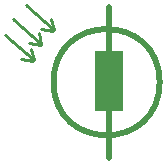
<source format=gbo>
%FSLAX23Y23*%
%MOIN*%
G70*
G01*
G75*
G04 Layer_Color=32896*
%ADD10R,0.035X0.031*%
%ADD11R,0.118X0.039*%
%ADD12R,0.118X0.059*%
%ADD13C,0.010*%
%ADD14C,0.060*%
%ADD15C,0.039*%
%ADD16C,0.236*%
%ADD17C,0.050*%
%ADD18C,0.004*%
%ADD19C,0.000*%
%ADD20R,0.023X0.043*%
%ADD21C,0.020*%
%ADD22C,0.059*%
%ADD23R,0.043X0.039*%
%ADD24R,0.126X0.047*%
%ADD25R,0.126X0.067*%
%ADD26C,0.068*%
%ADD27C,0.058*%
%ADD28C,0.020*%
%ADD29R,0.093X0.199*%
D13*
X596Y666D02*
X690Y583D01*
X650Y588D02*
X690Y580D01*
X683Y619D02*
X690Y583D01*
X657Y565D02*
X665Y529D01*
X624Y533D02*
X664Y526D01*
X571Y612D02*
X665Y529D01*
X724Y666D02*
X732Y629D01*
X691Y634D02*
X731Y626D01*
X638Y713D02*
X732Y629D01*
D28*
X1085Y456D02*
G03*
X1085Y456I-177J0D01*
G01*
X917Y203D02*
Y706D01*
D29*
X917Y461D02*
D03*
M02*

</source>
